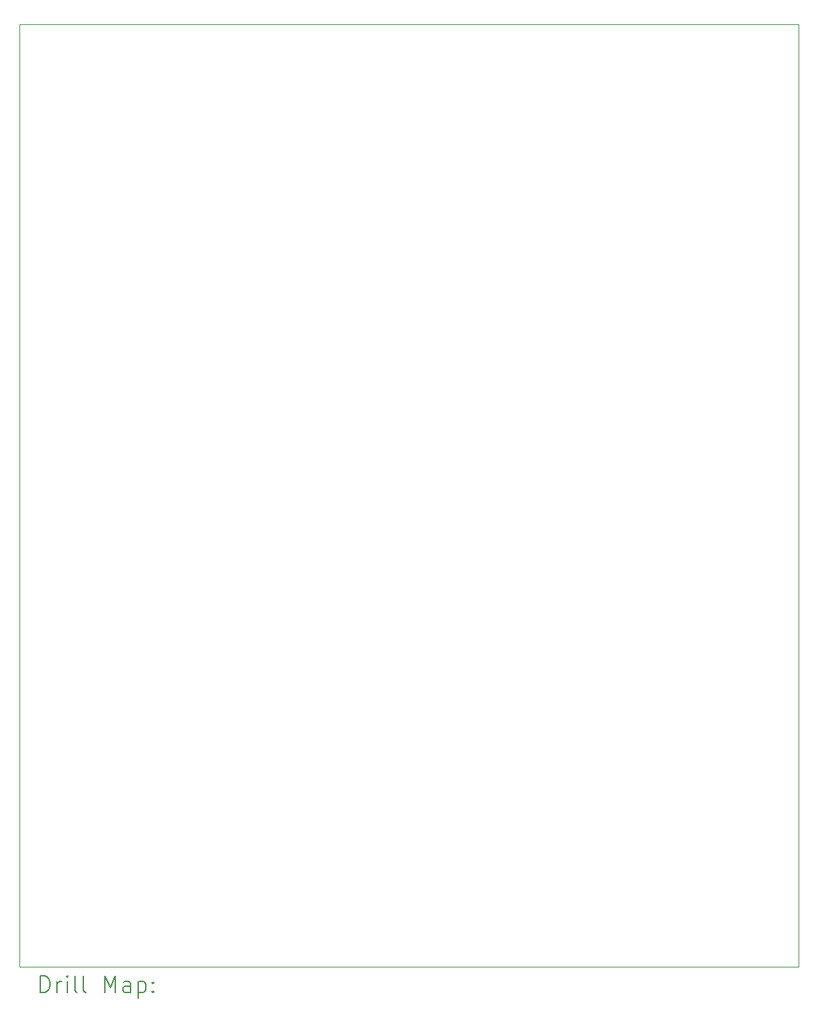
<source format=gbr>
%FSLAX45Y45*%
G04 Gerber Fmt 4.5, Leading zero omitted, Abs format (unit mm)*
G04 Created by KiCad (PCBNEW (6.0.6)) date 2022-07-04 23:32:56*
%MOMM*%
%LPD*%
G01*
G04 APERTURE LIST*
%TA.AperFunction,Profile*%
%ADD10C,0.038100*%
%TD*%
%ADD11C,0.200000*%
G04 APERTURE END LIST*
D10*
X6250000Y-6750000D02*
X15750000Y-6750000D01*
X15750000Y-6750000D02*
X15750000Y-18250000D01*
X15750000Y-18250000D02*
X6250000Y-18250000D01*
X6250000Y-18250000D02*
X6250000Y-6750000D01*
D11*
X6505714Y-18562381D02*
X6505714Y-18362381D01*
X6553333Y-18362381D01*
X6581904Y-18371905D01*
X6600952Y-18390953D01*
X6610476Y-18410000D01*
X6620000Y-18448095D01*
X6620000Y-18476667D01*
X6610476Y-18514762D01*
X6600952Y-18533810D01*
X6581904Y-18552857D01*
X6553333Y-18562381D01*
X6505714Y-18562381D01*
X6705714Y-18562381D02*
X6705714Y-18429048D01*
X6705714Y-18467143D02*
X6715238Y-18448095D01*
X6724762Y-18438572D01*
X6743809Y-18429048D01*
X6762857Y-18429048D01*
X6829523Y-18562381D02*
X6829523Y-18429048D01*
X6829523Y-18362381D02*
X6820000Y-18371905D01*
X6829523Y-18381429D01*
X6839047Y-18371905D01*
X6829523Y-18362381D01*
X6829523Y-18381429D01*
X6953333Y-18562381D02*
X6934285Y-18552857D01*
X6924762Y-18533810D01*
X6924762Y-18362381D01*
X7058095Y-18562381D02*
X7039047Y-18552857D01*
X7029523Y-18533810D01*
X7029523Y-18362381D01*
X7286666Y-18562381D02*
X7286666Y-18362381D01*
X7353333Y-18505238D01*
X7420000Y-18362381D01*
X7420000Y-18562381D01*
X7600952Y-18562381D02*
X7600952Y-18457619D01*
X7591428Y-18438572D01*
X7572381Y-18429048D01*
X7534285Y-18429048D01*
X7515238Y-18438572D01*
X7600952Y-18552857D02*
X7581904Y-18562381D01*
X7534285Y-18562381D01*
X7515238Y-18552857D01*
X7505714Y-18533810D01*
X7505714Y-18514762D01*
X7515238Y-18495715D01*
X7534285Y-18486191D01*
X7581904Y-18486191D01*
X7600952Y-18476667D01*
X7696190Y-18429048D02*
X7696190Y-18629048D01*
X7696190Y-18438572D02*
X7715238Y-18429048D01*
X7753333Y-18429048D01*
X7772381Y-18438572D01*
X7781904Y-18448095D01*
X7791428Y-18467143D01*
X7791428Y-18524286D01*
X7781904Y-18543334D01*
X7772381Y-18552857D01*
X7753333Y-18562381D01*
X7715238Y-18562381D01*
X7696190Y-18552857D01*
X7877143Y-18543334D02*
X7886666Y-18552857D01*
X7877143Y-18562381D01*
X7867619Y-18552857D01*
X7877143Y-18543334D01*
X7877143Y-18562381D01*
X7877143Y-18438572D02*
X7886666Y-18448095D01*
X7877143Y-18457619D01*
X7867619Y-18448095D01*
X7877143Y-18438572D01*
X7877143Y-18457619D01*
M02*

</source>
